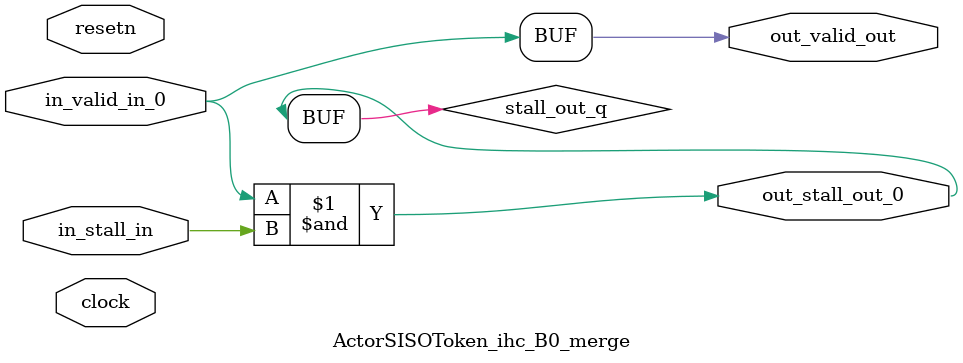
<source format=sv>



(* altera_attribute = "-name AUTO_SHIFT_REGISTER_RECOGNITION OFF; -name MESSAGE_DISABLE 10036; -name MESSAGE_DISABLE 10037; -name MESSAGE_DISABLE 14130; -name MESSAGE_DISABLE 14320; -name MESSAGE_DISABLE 15400; -name MESSAGE_DISABLE 14130; -name MESSAGE_DISABLE 10036; -name MESSAGE_DISABLE 12020; -name MESSAGE_DISABLE 12030; -name MESSAGE_DISABLE 12010; -name MESSAGE_DISABLE 12110; -name MESSAGE_DISABLE 14320; -name MESSAGE_DISABLE 13410; -name MESSAGE_DISABLE 113007; -name MESSAGE_DISABLE 10958" *)
module ActorSISOToken_ihc_B0_merge (
    input wire [0:0] in_stall_in,
    input wire [0:0] in_valid_in_0,
    output wire [0:0] out_stall_out_0,
    output wire [0:0] out_valid_out,
    input wire clock,
    input wire resetn
    );

    wire [0:0] stall_out_q;


    // stall_out(LOGICAL,6)
    assign stall_out_q = in_valid_in_0 & in_stall_in;

    // out_stall_out_0(GPOUT,4)
    assign out_stall_out_0 = stall_out_q;

    // out_valid_out(GPOUT,5)
    assign out_valid_out = in_valid_in_0;

endmodule

</source>
